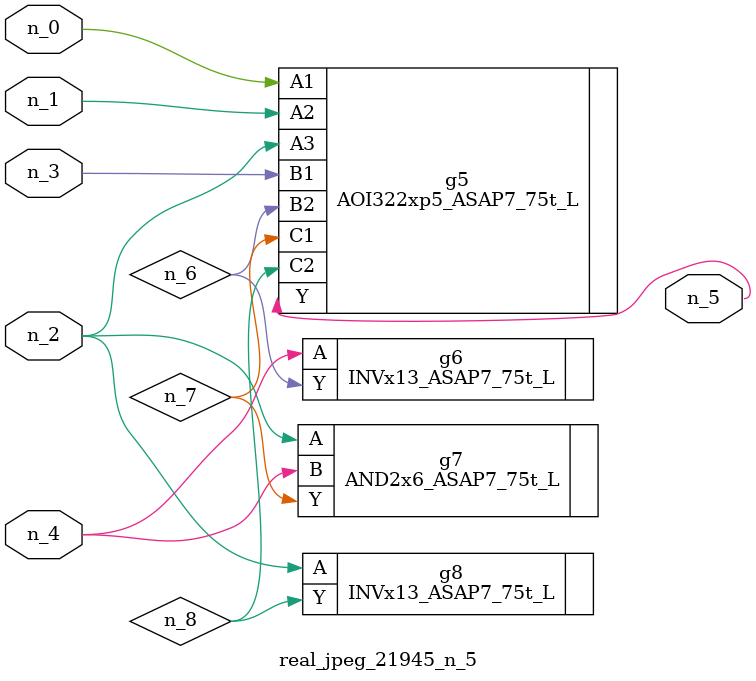
<source format=v>
module real_jpeg_21945_n_5 (n_4, n_0, n_1, n_2, n_3, n_5);

input n_4;
input n_0;
input n_1;
input n_2;
input n_3;

output n_5;

wire n_8;
wire n_6;
wire n_7;

AOI322xp5_ASAP7_75t_L g5 ( 
.A1(n_0),
.A2(n_1),
.A3(n_2),
.B1(n_3),
.B2(n_6),
.C1(n_7),
.C2(n_8),
.Y(n_5)
);

AND2x6_ASAP7_75t_L g7 ( 
.A(n_2),
.B(n_4),
.Y(n_7)
);

INVx13_ASAP7_75t_L g8 ( 
.A(n_2),
.Y(n_8)
);

INVx13_ASAP7_75t_L g6 ( 
.A(n_4),
.Y(n_6)
);


endmodule
</source>
